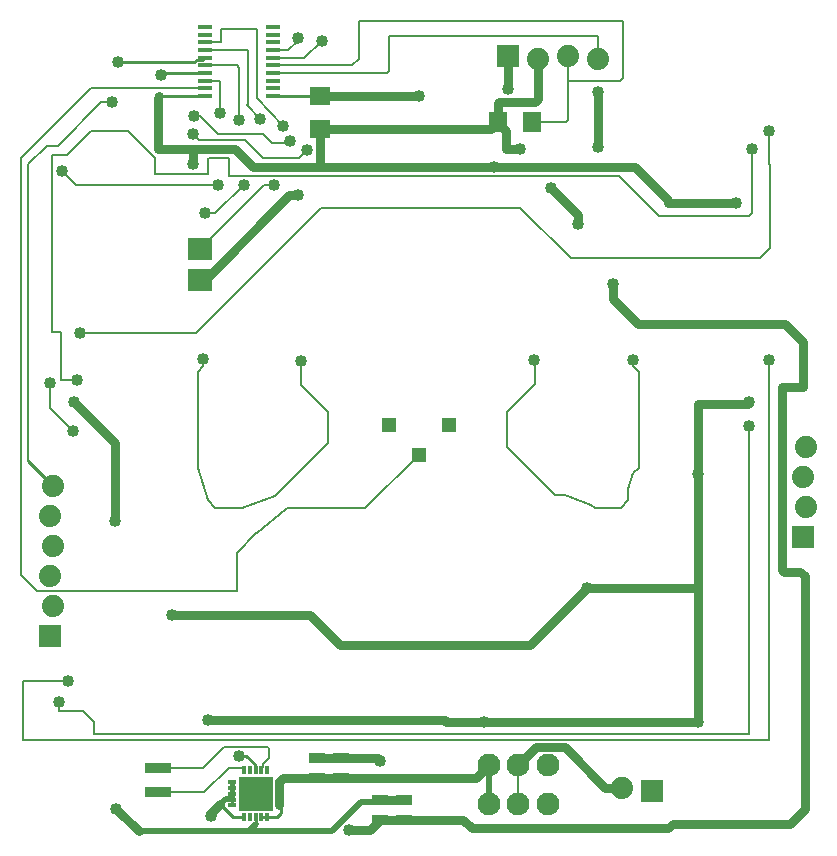
<source format=gbl>
G04 EAGLE Gerber RS-274X export*
G75*
%MOIN*%
%FSLAX36Y36*%
%LPD*%
%INBottom Copper Layer*%
%IPPOS*%
%AMOC8*
5,1,8,0,0,1.08239X$1,22.5*%
G01*
%ADD10R,0.070866X0.062992*%
%ADD11R,0.074000X0.074000*%
%ADD12C,0.074000*%
%ADD13R,0.062992X0.070984*%
%ADD14R,0.047236X0.011811*%
%ADD15R,0.047622X0.047622*%
%ADD16R,0.078740X0.074803*%
%ADD17R,0.011811X0.029528*%
%ADD18R,0.029528X0.011811*%
%ADD19R,0.112205X0.112205*%
%ADD20R,0.086614X0.033465*%
%ADD21R,0.054724X0.035827*%
%ADD22R,0.056299X0.037008*%
%ADD23C,0.076000*%
%ADD24C,0.040000*%
%ADD25C,0.006000*%
%ADD26C,0.010000*%
%ADD27C,0.030000*%
%ADD28C,0.020000*%
%ADD29C,0.015000*%


D10*
X1050000Y2364882D03*
X1050000Y2475118D03*
D11*
X1675000Y2610000D03*
D12*
X1775000Y2600000D03*
X1875000Y2610000D03*
X1975000Y2600000D03*
D13*
X1644016Y2390000D03*
X1755984Y2390000D03*
D14*
X894173Y2474846D03*
X894173Y2500437D03*
X894173Y2526024D03*
X894173Y2551614D03*
X894173Y2577205D03*
X894173Y2602795D03*
X894173Y2628386D03*
X894173Y2653976D03*
X665823Y2474846D03*
X665823Y2500437D03*
X665823Y2526024D03*
X665823Y2551614D03*
X665823Y2577205D03*
X665823Y2602795D03*
X665823Y2628386D03*
X665823Y2653976D03*
X665823Y2679567D03*
X665823Y2705154D03*
X894173Y2679567D03*
X894173Y2705154D03*
D15*
X1480000Y1380000D03*
X1380000Y1280000D03*
X1280000Y1380000D03*
D11*
X2660000Y1005000D03*
D12*
X2670000Y1105000D03*
X2660000Y1205000D03*
X2670000Y1305000D03*
D16*
X651339Y1966575D03*
X651339Y1863425D03*
D17*
X795630Y228740D03*
X815315Y228740D03*
X835000Y228740D03*
X854685Y228740D03*
X874370Y228740D03*
D18*
X913740Y189370D03*
X913740Y169685D03*
X913740Y150000D03*
X913740Y130315D03*
X913740Y110630D03*
D17*
X874370Y71260D03*
X854685Y71260D03*
X835000Y71260D03*
X815315Y71260D03*
X795630Y71260D03*
D18*
X756260Y110630D03*
X756260Y130315D03*
X756260Y150000D03*
X756260Y169685D03*
X756260Y189370D03*
D19*
X835000Y150000D03*
D20*
X510000Y235354D03*
X510000Y154646D03*
D21*
X1120000Y267283D03*
X1120000Y202717D03*
X1040000Y267283D03*
X1040000Y202717D03*
D22*
X1250000Y127283D03*
X1250000Y62717D03*
X1330000Y127283D03*
X1330000Y62717D03*
D23*
X1611575Y244961D03*
X1710000Y244961D03*
X1808425Y244961D03*
X1611575Y115039D03*
X1710000Y115039D03*
X1808425Y115039D03*
D11*
X150000Y675000D03*
D12*
X160000Y775000D03*
X150000Y875000D03*
X160000Y975000D03*
X150000Y1075000D03*
X160000Y1175000D03*
D11*
X2155000Y160000D03*
D12*
X2055000Y170000D03*
D24*
X630000Y2410000D03*
D25*
X650000Y2410000D01*
X860000Y2350000D02*
X890000Y2320000D01*
X945000Y2320000D01*
X950000Y2325000D01*
D24*
X950000Y2325000D03*
D25*
X710000Y2350000D02*
X650000Y2410000D01*
X710000Y2350000D02*
X860000Y2350000D01*
D24*
X625000Y2350000D03*
D25*
X645000Y2330000D02*
X800000Y2330000D01*
X645000Y2330000D02*
X625000Y2350000D01*
X800000Y2330000D02*
X860000Y2270000D01*
X980000Y2270000D01*
X1005000Y2295000D01*
D24*
X1005000Y2295000D03*
D25*
X637901Y1685000D02*
X250000Y1685000D01*
X637901Y1685000D02*
X1054785Y2101884D01*
X1718116Y2101884D01*
D24*
X250000Y1685000D03*
X2545000Y2360000D03*
D25*
X2547500Y2357500D01*
X2545000Y2355000D01*
X2545000Y2250000D01*
X1885000Y1935000D02*
X1718116Y2101884D01*
X1885000Y1935000D02*
X2515000Y1935000D01*
X2550000Y1970000D01*
X2550000Y2245000D01*
X2545000Y2250000D01*
X155000Y2280000D02*
X155000Y1690000D01*
D24*
X240000Y1530000D03*
D25*
X185000Y1530000D01*
X745000Y2210000D02*
X745000Y2270000D01*
X745000Y2210000D02*
X2045000Y2210000D01*
D24*
X2490000Y2300000D03*
D25*
X185000Y1690000D02*
X185000Y1530000D01*
X185000Y1690000D02*
X155000Y1690000D01*
X285000Y2360000D02*
X410000Y2360000D01*
X500000Y2270000D01*
X2045000Y2210000D02*
X2180000Y2075000D01*
X2480000Y2075000D02*
X2490000Y2085000D01*
X2480000Y2075000D02*
X2180000Y2075000D01*
X2490000Y2085000D02*
X2490000Y2300000D01*
X285000Y2360000D02*
X205000Y2280000D01*
X155000Y2280000D01*
X680000Y2270000D02*
X745000Y2270000D01*
X680000Y2270000D02*
X675000Y2265000D01*
X675000Y2215000D01*
X500000Y2215000D01*
X500000Y2270000D01*
D26*
X894173Y2474846D02*
X1049728Y2474846D01*
D27*
X1050000Y2475118D01*
D24*
X1380000Y2475000D03*
D27*
X1124882Y2475118D02*
X1050000Y2475118D01*
X1125000Y2475000D02*
X1380000Y2475000D01*
X1125000Y2475000D02*
X1124882Y2475118D01*
X1675000Y2500000D02*
X1675000Y2610000D01*
D24*
X1675000Y2500000D03*
X1975000Y2490000D03*
D27*
X1975000Y2305000D01*
D24*
X1975000Y2305000D03*
X365000Y1060000D03*
X975000Y2144693D03*
X1250000Y260000D03*
D27*
X445000Y25000D02*
X370000Y100000D01*
D24*
X370000Y100000D03*
D27*
X947606Y2144693D02*
X975000Y2144693D01*
X947606Y2144693D02*
X666339Y1863425D01*
X651339Y1863425D01*
D24*
X230000Y1455000D03*
D27*
X365000Y1320000D01*
X365000Y1060000D01*
X1250000Y127283D02*
X1330000Y127283D01*
D24*
X780000Y276000D03*
D26*
X832220Y248060D02*
X832220Y231520D01*
X835000Y228740D01*
X804281Y276000D02*
X780000Y276000D01*
X804281Y276000D02*
X832220Y248060D01*
D27*
X1120000Y267283D02*
X1242717Y267283D01*
X1250000Y260000D01*
X1120000Y267283D02*
X1040000Y267283D01*
D28*
X812352Y25000D02*
X445000Y25000D01*
X812352Y25000D02*
X835000Y47648D01*
D26*
X835000Y71260D01*
D28*
X1244937Y122220D02*
X1250000Y127283D01*
X1089088Y25000D02*
X812352Y25000D01*
X1089088Y25000D02*
X1186309Y122220D01*
X1244937Y122220D01*
D27*
X1050000Y2240000D02*
X1630000Y2240000D01*
X1465000Y395000D02*
X1470000Y390000D01*
X1465000Y395000D02*
X675000Y395000D01*
X1470000Y390000D02*
X1595000Y390000D01*
X2310000Y390000D01*
D24*
X2310000Y1215000D03*
D27*
X2310000Y830000D01*
X2310000Y390000D01*
D24*
X1940000Y835000D03*
D27*
X2305000Y835000D01*
X2310000Y830000D01*
D24*
X555000Y745000D03*
D27*
X1014998Y745000D01*
X1115389Y644609D01*
X1749609Y644609D01*
X1940000Y835000D01*
X2100000Y2240000D02*
X1630000Y2240000D01*
X1618898Y2364882D02*
X1050000Y2364882D01*
X1618898Y2364882D02*
X1642008Y2387992D01*
D24*
X1630000Y2240000D03*
D27*
X1775000Y2465000D02*
X1775000Y2600000D01*
X1775000Y2465000D02*
X1765000Y2455000D01*
X1645000Y2455000D01*
X1642008Y2452008D01*
X1642008Y2387992D01*
X1050000Y2240000D02*
X825000Y2240000D01*
X2225000Y50000D02*
X2615000Y50000D01*
X2665000Y100000D01*
X2665000Y875000D01*
X2650000Y890000D01*
X2595000Y890000D01*
X2590000Y895000D01*
X2590000Y1505000D01*
X2660000Y1505000D01*
X2660000Y1655000D01*
X2600000Y1715000D01*
X2110000Y1715000D01*
X2025000Y1800000D01*
X2025000Y1850000D01*
D24*
X2025000Y1850000D03*
X1910000Y2050000D03*
D27*
X1910000Y2080000D01*
X1820000Y2170000D01*
D24*
X1820000Y2170000D03*
X1715000Y2300000D03*
D27*
X1670000Y2300000D01*
X1670000Y2360000D01*
X1645000Y2385000D01*
X1642008Y2387992D01*
D24*
X1595000Y390000D03*
X675000Y395000D03*
X2480000Y1455000D03*
D27*
X2475000Y1450000D01*
X2310000Y1450000D01*
X2310000Y1215000D01*
X2210000Y2130000D02*
X2100000Y2240000D01*
X2210000Y2130000D02*
X2210000Y2120000D01*
X2435000Y2120000D01*
D24*
X2435000Y2120000D03*
X625000Y2250000D03*
D27*
X625000Y2300000D01*
X765000Y2300000D01*
X825000Y2240000D01*
X1050000Y2240000D02*
X1050000Y2364882D01*
X625000Y2300000D02*
X510000Y2300000D01*
X510000Y2470000D01*
X514846Y2474846D01*
D26*
X665823Y2474846D01*
D24*
X2310000Y390000D03*
D27*
X1330000Y62717D02*
X1250000Y62717D01*
X1645000Y2389016D02*
X1644016Y2390000D01*
X1645000Y2389016D02*
X1645000Y2385000D01*
X1527283Y62717D02*
X1330000Y62717D01*
X1527283Y62717D02*
X1555000Y35000D01*
X2210000Y35000D01*
X2225000Y50000D01*
D28*
X717333Y115000D02*
X715496Y115000D01*
X715496Y108097D01*
D27*
X685000Y84504D02*
X685000Y75000D01*
X685000Y84504D02*
X715496Y115000D01*
D24*
X685000Y75000D03*
X1145000Y30000D03*
D27*
X1217283Y30000D01*
X1250000Y62717D01*
D29*
X756260Y130315D02*
X756260Y132535D01*
X756260Y150000D01*
X756260Y169685D01*
X756260Y189370D01*
D28*
X756260Y132535D02*
X734869Y132535D01*
X717333Y115000D01*
D26*
X759236Y71260D02*
X795630Y71260D01*
X759236Y71260D02*
X715496Y115000D01*
D25*
X894173Y2551614D02*
X1271614Y2551614D01*
X1280000Y2560000D01*
X1280000Y2675000D01*
X1975000Y2675000D01*
X1975000Y2600000D01*
X1180000Y2600000D02*
X1180000Y2725000D01*
X1180000Y2600000D02*
X1157205Y2577205D01*
X894173Y2577205D01*
X1870000Y2390000D02*
X1875000Y2395000D01*
X1870000Y2390000D02*
X1755984Y2390000D01*
X1875000Y2525000D02*
X1875000Y2610000D01*
X1875000Y2525000D02*
X1875000Y2395000D01*
X2060000Y2725000D02*
X1180000Y2725000D01*
X2060000Y2725000D02*
X2060000Y2535000D01*
X2050000Y2525000D01*
X1875000Y2525000D01*
D24*
X661141Y1597028D03*
X987921Y1591261D03*
D25*
X642172Y1234826D02*
X676315Y1128509D01*
X676315Y1127787D01*
X701504Y1102598D01*
X788422Y1102598D02*
X900382Y1143350D01*
X642172Y1234826D02*
X642172Y1555805D01*
X701504Y1102598D02*
X788422Y1102598D01*
X661141Y1574774D02*
X661141Y1597028D01*
X661141Y1574774D02*
X642172Y1555805D01*
X987921Y1591261D02*
X987921Y1511406D01*
X1077055Y1422273D01*
X1077055Y1320023D02*
X900382Y1143350D01*
X1077055Y1320023D02*
X1077055Y1422273D01*
D24*
X2093397Y1594993D03*
D25*
X2094017Y1217236D02*
X2077465Y1165692D01*
X2077465Y1127787D01*
X2052276Y1102598D01*
X1965358Y1102598D02*
X1954772Y1113184D01*
X1867546Y1144933D01*
X1831814Y1144933D01*
X2111607Y1234826D02*
X2111607Y1555805D01*
X2111607Y1234826D02*
X2094017Y1217236D01*
X2052276Y1102598D02*
X1965358Y1102598D01*
X2093397Y1574015D02*
X2093397Y1594993D01*
X2093397Y1574015D02*
X2111607Y1555805D01*
X1831814Y1144933D02*
X1672945Y1303803D01*
X1672945Y1422273D01*
X1765000Y1514328D01*
X1765000Y1595000D01*
X1764609Y1595000D01*
X1764259Y1594650D01*
D24*
X1764259Y1594650D03*
X210000Y525000D03*
X2545000Y1595000D03*
D25*
X2545000Y330000D01*
X60000Y330000D02*
X60000Y525000D01*
X210000Y525000D01*
X60000Y330000D02*
X2545000Y330000D01*
D24*
X2480000Y1375000D03*
D25*
X2480000Y350000D01*
D24*
X180000Y455000D03*
D25*
X295000Y390000D02*
X295000Y350000D01*
X295000Y390000D02*
X260000Y425000D01*
X180000Y425000D01*
X180000Y455000D01*
X295000Y350000D02*
X2480000Y350000D01*
X940264Y1101444D02*
X936382Y1097563D01*
X841159Y1017661D01*
X837670Y1017661D01*
X772481Y952473D01*
X940264Y1101444D02*
X1201444Y1101444D01*
X772481Y952473D02*
X772481Y825000D01*
X105000Y825000D01*
X285437Y2500437D02*
X665823Y2500437D01*
X52655Y877345D02*
X105000Y825000D01*
X52655Y877345D02*
X52655Y2267655D01*
X285437Y2500437D01*
X1380000Y1280000D02*
X1201444Y1101444D01*
D24*
X925000Y2375000D03*
X895000Y2180000D03*
D25*
X864764Y2180000D02*
X651339Y1966575D01*
X864764Y2180000D02*
X895000Y2180000D01*
X840000Y2470000D02*
X840000Y2700000D01*
X840000Y2470000D02*
X925000Y2375000D01*
X840000Y2700000D02*
X720000Y2700000D01*
X720000Y2655000D01*
X718976Y2653976D01*
X665823Y2653976D01*
X854685Y235000D02*
X854685Y228740D01*
X660354Y235354D02*
X510000Y235354D01*
X660354Y235354D02*
X730000Y305000D01*
X875000Y305000D01*
X880000Y300000D01*
X859465Y247232D02*
X859465Y239780D01*
X854685Y235000D01*
X880000Y267767D02*
X880000Y300000D01*
X880000Y267767D02*
X859465Y247232D01*
X664646Y154646D02*
X510000Y154646D01*
X664646Y154646D02*
X745000Y235000D01*
X789370Y235000D01*
X795630Y228740D01*
X715000Y2420000D02*
X715000Y2526024D01*
D24*
X715000Y2420000D03*
D25*
X140000Y2310000D02*
X77288Y2247288D01*
X665823Y2526024D02*
X715000Y2526024D01*
X77288Y2247288D02*
X77288Y1257288D01*
D24*
X355000Y2455000D03*
D25*
X320000Y2455000D01*
X175000Y2310000D02*
X140000Y2310000D01*
X175000Y2310000D02*
X320000Y2455000D01*
D26*
X77288Y1257288D02*
X159576Y1175000D01*
X160000Y1175000D01*
D25*
X665823Y2577205D02*
X772795Y2577205D01*
X781000Y2569000D01*
X781000Y2395000D01*
D24*
X781000Y2395000D03*
X710000Y2180000D03*
D25*
X235000Y2180000D01*
X190000Y2225000D01*
D24*
X190000Y2225000D03*
X850000Y2400000D03*
X795000Y2180000D03*
D25*
X700000Y2085000D02*
X665000Y2085000D01*
X700000Y2085000D02*
X795000Y2180000D01*
D24*
X665000Y2085000D03*
X150000Y1520000D03*
D25*
X150000Y1435000D01*
X225000Y1360000D01*
D24*
X225000Y1360000D03*
D25*
X805000Y2445000D02*
X805000Y2450000D01*
X805000Y2445000D02*
X850000Y2400000D01*
X810000Y2440714D02*
X805000Y2450000D01*
X810000Y2440714D02*
X810000Y2625000D01*
X806614Y2628386D01*
X665823Y2628386D01*
X894173Y2628386D02*
X943386Y2628386D01*
X975000Y2660000D01*
X975000Y2670000D01*
D24*
X975000Y2670000D03*
D25*
X997795Y2602795D02*
X894173Y2602795D01*
X997795Y2602795D02*
X1055000Y2660000D01*
D24*
X1055000Y2660000D03*
D27*
X1770039Y305000D02*
X1710000Y244961D01*
X1770039Y305000D02*
X1865000Y305000D01*
D25*
X1710000Y244961D02*
X1710000Y115039D01*
D27*
X2000000Y170000D02*
X2055000Y170000D01*
X2000000Y170000D02*
X1865000Y305000D01*
X1120000Y202717D02*
X1040000Y202717D01*
X1120000Y202717D02*
X1569331Y202717D01*
X1611575Y244961D01*
D26*
X874370Y71260D02*
X854685Y71260D01*
X874370Y71260D02*
X906260Y71260D01*
X920000Y85000D01*
X920000Y104370D01*
X913740Y110630D01*
D27*
X913740Y130315D01*
X913740Y150000D01*
X913740Y169685D01*
X913740Y189370D02*
X927087Y202717D01*
X1040000Y202717D01*
D28*
X1611575Y244961D02*
X1611575Y115039D01*
D27*
X913740Y169685D02*
X913740Y189370D01*
D24*
X520000Y2545000D03*
D26*
X526614Y2551614D01*
X665823Y2551614D01*
D24*
X375000Y2590000D03*
D26*
X657138Y2594110D02*
X665823Y2602795D01*
X657138Y2594110D02*
X637648Y2594110D01*
X633538Y2590000D01*
X375000Y2590000D01*
M02*

</source>
